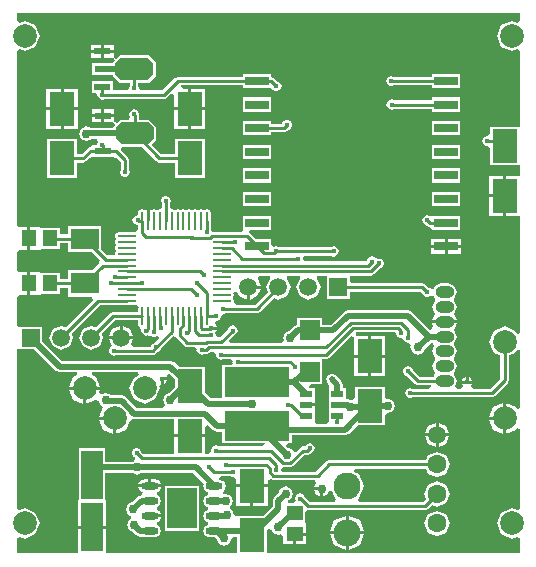
<source format=gtl>
%FSLAX25Y25*%
%MOIN*%
G70*
G01*
G75*
G04 Layer_Physical_Order=1*
G04 Layer_Color=255*
%ADD10R,0.07874X0.03150*%
%ADD11R,0.08465X0.11221*%
%ADD12R,0.06693X0.06693*%
%ADD13R,0.04134X0.02362*%
%ADD14R,0.05512X0.04724*%
%ADD15R,0.09921X0.13425*%
%ADD16O,0.05709X0.02362*%
%ADD17R,0.07284X0.16339*%
%ADD18O,0.00984X0.06102*%
%ADD19O,0.06102X0.00984*%
%ADD20R,0.09449X0.07087*%
%ADD21R,0.04724X0.05512*%
%ADD22R,0.05512X0.02362*%
%ADD23R,0.07087X0.02362*%
G04:AMPARAMS|DCode=24|XSize=74.8mil|YSize=125.98mil|CornerRadius=0mil|HoleSize=0mil|Usage=FLASHONLY|Rotation=90.000|XOffset=0mil|YOffset=0mil|HoleType=Round|Shape=Octagon|*
%AMOCTAGOND24*
4,1,8,-0.06299,-0.01870,-0.06299,0.01870,-0.04429,0.03740,0.04429,0.03740,0.06299,0.01870,0.06299,-0.01870,0.04429,-0.03740,-0.04429,-0.03740,-0.06299,-0.01870,0.0*
%
%ADD24OCTAGOND24*%

%ADD25R,0.21654X0.09843*%
%ADD26C,0.01000*%
%ADD27C,0.02000*%
%ADD28C,0.05906*%
%ADD29R,0.05906X0.05906*%
%ADD30O,0.06299X0.03937*%
%ADD31C,0.07874*%
%ADD32C,0.06299*%
%ADD33C,0.09000*%
%ADD34C,0.01969*%
%ADD35C,0.01600*%
%ADD36C,0.03000*%
G36*
X15422Y63422D02*
X16800Y62852D01*
X22406D01*
X22605Y61852D01*
X21221Y61279D01*
X19863Y58000D01*
X30137D01*
X28779Y61279D01*
X27395Y61852D01*
X27594Y62852D01*
X42929D01*
X43128Y61852D01*
X41374Y61125D01*
X39873Y57500D01*
X41374Y53874D01*
X45000Y52373D01*
X48625Y53874D01*
X50127Y57500D01*
X49842Y58190D01*
X50357Y58705D01*
Y60800D01*
X50857D01*
Y61300D01*
X52598D01*
X52369Y61852D01*
X52381Y61880D01*
X53211Y62434D01*
X54968Y60677D01*
Y57723D01*
X53146Y55901D01*
X51840Y55360D01*
X51111Y53600D01*
X51736Y52091D01*
X51282Y51091D01*
X42278D01*
X38754Y54615D01*
X37376Y55185D01*
X33833D01*
X33760Y55360D01*
X32000Y56090D01*
X30602Y55510D01*
X29828Y56256D01*
X30137Y57000D01*
X25500D01*
Y52363D01*
X28587Y53642D01*
X28968Y53625D01*
X29477Y53364D01*
X29643Y53280D01*
X30240Y51840D01*
X31221Y51433D01*
X31221Y51279D01*
X29863Y48000D01*
X35000D01*
Y47500D01*
X35500D01*
Y42363D01*
X38779Y43721D01*
X40018Y46714D01*
X41268Y47278D01*
X41471Y47194D01*
X54768D01*
Y42232D01*
X65232D01*
Y44826D01*
X66156Y45209D01*
X67743Y43622D01*
X69120Y43052D01*
X70873D01*
Y39279D01*
X84978D01*
X85026Y39207D01*
X84492Y38207D01*
X69584D01*
X68800Y38532D01*
X67575Y38025D01*
X67068Y36800D01*
X67135Y36639D01*
X66580Y35807D01*
X65232D01*
Y41232D01*
X54768D01*
Y35807D01*
X44583D01*
X43949Y36441D01*
X43625Y37225D01*
X42400Y37732D01*
X41175Y37225D01*
X40668Y36000D01*
X41175Y34775D01*
X41792Y34520D01*
X41870Y34160D01*
X41627Y33369D01*
X41094Y33148D01*
X31942D01*
Y37729D01*
X23058D01*
Y20409D01*
X22858D01*
Y11740D01*
X32142D01*
Y20409D01*
X31942D01*
Y29252D01*
X41094D01*
X42400Y28710D01*
X43707Y29252D01*
X61221D01*
X64722Y25751D01*
X64411Y25000D01*
X65039Y23484D01*
X66107Y23041D01*
Y21959D01*
X65039Y21516D01*
X64411Y20000D01*
X65039Y18484D01*
X66107Y18041D01*
Y16959D01*
X65039Y16516D01*
X64411Y15000D01*
X65039Y13484D01*
X66107Y13041D01*
Y11959D01*
X65039Y11516D01*
X64411Y10000D01*
X65039Y8484D01*
X66555Y7856D01*
X68389D01*
X69199Y7046D01*
X69740Y5740D01*
X71500Y5011D01*
X73260Y5740D01*
X73989Y7500D01*
X74358Y8052D01*
X75768D01*
Y2500D01*
X32142D01*
Y10740D01*
X22858D01*
Y2500D01*
X2500D01*
Y7508D01*
X3331Y8064D01*
X5000Y7373D01*
X8625Y8874D01*
X10127Y12500D01*
X8625Y16126D01*
X5000Y17627D01*
X3331Y16936D01*
X2500Y17492D01*
Y70520D01*
X3447Y70647D01*
Y70647D01*
X8197D01*
X15422Y63422D01*
D02*
G37*
G36*
X128668Y76000D02*
X129175Y74775D01*
X130400Y74268D01*
X131400Y73600D01*
X131575Y73175D01*
X132800Y72668D01*
X133173Y72822D01*
X133938Y72057D01*
X133583Y71200D01*
X134312Y69440D01*
X136072Y68711D01*
X137833Y69440D01*
X138374Y70746D01*
X140322Y72694D01*
X141115Y72601D01*
X141584Y71682D01*
X140822Y69842D01*
X141700Y67724D01*
X141700Y67040D01*
X140822Y64921D01*
X141700Y62802D01*
X141559Y61778D01*
X141405Y61407D01*
X136583D01*
X134349Y63641D01*
X134025Y64425D01*
X132800Y64932D01*
X131575Y64425D01*
X131068Y63200D01*
X131575Y61975D01*
X132359Y61651D01*
X135005Y59005D01*
X135005Y59005D01*
X136000Y58593D01*
X140422D01*
X140526Y58407D01*
X139940Y57407D01*
X134384D01*
X133600Y57732D01*
X132375Y57225D01*
X131868Y56000D01*
X132375Y54775D01*
X133600Y54268D01*
X134384Y54593D01*
X160800D01*
X161795Y55005D01*
X165995Y59205D01*
X165995Y59205D01*
X166116Y59496D01*
X166407Y60200D01*
X166407Y60200D01*
Y68546D01*
X168625Y69465D01*
X169019Y70415D01*
X170000Y70220D01*
Y50893D01*
X169019Y50698D01*
X168779Y51279D01*
X165500Y52637D01*
Y47500D01*
Y42363D01*
X168779Y43721D01*
X169019Y44302D01*
X170000Y44107D01*
Y17492D01*
X169168Y16936D01*
X167500Y17627D01*
X163874Y16126D01*
X162373Y12500D01*
X163874Y8874D01*
X167500Y7373D01*
X169168Y8064D01*
X170000Y7508D01*
Y2500D01*
X85832D01*
Y10256D01*
X86341Y10656D01*
X87463Y10350D01*
X87840Y9440D01*
X89600Y8710D01*
X90413Y9047D01*
X91244Y8491D01*
Y5595D01*
X94500D01*
Y8957D01*
X95000D01*
Y9457D01*
X98756D01*
Y12319D01*
X98756D01*
Y12319D01*
X98756Y12319D01*
X98556Y13236D01*
D01*
Y16343D01*
X99556Y17011D01*
X99600Y16993D01*
X138558D01*
X139552Y17405D01*
X140884Y18737D01*
X142500Y18067D01*
X145523Y19320D01*
X146775Y22343D01*
X145523Y25365D01*
X142500Y26618D01*
X139477Y25365D01*
X138225Y22343D01*
X138894Y20727D01*
X137975Y19807D01*
X116376D01*
X116181Y20788D01*
X116556Y20944D01*
X118237Y25000D01*
X116556Y29057D01*
X114815Y29778D01*
X115014Y30778D01*
X138808D01*
X139477Y29162D01*
X142500Y27910D01*
X145523Y29162D01*
X146775Y32185D01*
X145523Y35208D01*
X142500Y36460D01*
X139477Y35208D01*
X138808Y33592D01*
X106585D01*
X106585Y33592D01*
X105882Y33301D01*
X105590Y33180D01*
X105590Y33180D01*
X102117Y29707D01*
X90995D01*
X90532Y30400D01*
X90487Y30508D01*
X91240Y31279D01*
X93560D01*
X94555Y31691D01*
X98257Y35393D01*
X99200D01*
X100195Y35805D01*
X100441Y36051D01*
X101225Y36375D01*
X101732Y37600D01*
X101225Y38825D01*
X100000Y39332D01*
X98775Y38825D01*
X98520Y38207D01*
X97674D01*
X96679Y37795D01*
X95374Y36490D01*
X94393Y36685D01*
X94160Y37246D01*
X92854Y37787D01*
X92286Y38355D01*
X92669Y39279D01*
X94127D01*
Y41852D01*
X111800D01*
X113178Y42422D01*
X116077Y45322D01*
X125032D01*
Y48798D01*
X125864Y49354D01*
X126132Y49243D01*
X127893Y49972D01*
X128622Y51732D01*
X127893Y53493D01*
X126132Y54222D01*
X125864Y54111D01*
X125032Y54666D01*
Y58143D01*
X114968D01*
Y54205D01*
X113968Y53537D01*
X113600Y53689D01*
X113512Y53653D01*
X112800Y53948D01*
X112083D01*
Y53981D01*
Y57721D01*
X111165D01*
Y58784D01*
X110594Y60161D01*
X108878Y61878D01*
X107500Y62448D01*
X106122Y61878D01*
X105552Y60500D01*
X106122Y59122D01*
X106523Y58721D01*
X106350Y57721D01*
X106350D01*
Y53759D01*
Y50019D01*
Y46279D01*
X105569Y45748D01*
X102431D01*
X101650Y46279D01*
Y49819D01*
X101850D01*
Y51500D01*
X98783D01*
Y52500D01*
X101850D01*
Y54181D01*
X101650D01*
Y57721D01*
X100134D01*
X99931Y58003D01*
X100443Y59003D01*
X104147D01*
Y67296D01*
X105106Y67393D01*
X105600D01*
X106595Y67805D01*
X113838Y75048D01*
X113875Y75029D01*
X113996Y74966D01*
X113996D01*
X114431Y74739D01*
X114625Y74638D01*
X114704Y74597D01*
X114768Y74563D01*
Y74513D01*
Y74415D01*
X114768Y74008D01*
Y73936D01*
Y73936D01*
Y68768D01*
X119500D01*
Y74878D01*
X115865D01*
X115587Y75194D01*
X115321Y75878D01*
X115524Y76193D01*
X128539D01*
X128668Y76000D01*
D02*
G37*
G36*
X74400Y27868D02*
X74736Y28008D01*
X75568Y27452D01*
Y25568D01*
X86032D01*
Y26901D01*
X87032Y27265D01*
X87930Y26893D01*
X101838D01*
X102087Y25913D01*
X101501Y24500D01*
X104000D01*
Y24000D01*
X104500D01*
Y21501D01*
X105913Y22087D01*
X106401Y23263D01*
X107483D01*
X108444Y20944D01*
X108819Y20788D01*
X108624Y19807D01*
X100183D01*
X98195Y21795D01*
X98104Y21833D01*
X98025Y22025D01*
X96800Y22532D01*
X95575Y22025D01*
X95068Y20800D01*
X95314Y20206D01*
X94646Y19206D01*
X92911D01*
X92712Y20206D01*
X93760Y20640D01*
X94490Y22400D01*
X93760Y24160D01*
X92000Y24890D01*
X90240Y24160D01*
X89698Y22854D01*
X88222Y21378D01*
X87652Y20000D01*
Y18139D01*
X84455Y14942D01*
X75813D01*
X75378Y15064D01*
X74882Y15218D01*
X74160Y16960D01*
X73623Y17183D01*
Y18183D01*
X73760Y18240D01*
X74489Y20000D01*
X73760Y21760D01*
X72000Y22490D01*
X71350Y22220D01*
X71208Y22314D01*
X71319Y23443D01*
X71418Y23484D01*
X72046Y25000D01*
X71418Y26516D01*
X69902Y27144D01*
X69853D01*
X69821Y27193D01*
X70355Y28193D01*
X73616D01*
X74400Y27868D01*
D02*
G37*
G36*
X170000Y179992D02*
X169168Y179436D01*
X167500Y180127D01*
X163874Y178626D01*
X162373Y175000D01*
X163874Y171374D01*
X167500Y169873D01*
X169168Y170564D01*
X170000Y170008D01*
Y144678D01*
X159968D01*
Y142245D01*
X159200Y141732D01*
X157975Y141225D01*
X157468Y140000D01*
X157975Y138775D01*
X159200Y138268D01*
X159968Y137755D01*
Y131858D01*
X170000D01*
Y128342D01*
X165500D01*
Y121732D01*
Y115122D01*
X170000D01*
Y75961D01*
X169019Y75766D01*
X168625Y76716D01*
X165000Y78218D01*
X161374Y76716D01*
X159873Y73090D01*
X161374Y69465D01*
X163593Y68546D01*
Y60783D01*
X160217Y57407D01*
X154388D01*
Y57407D01*
X153962Y58407D01*
X154241Y59081D01*
X150759D01*
X151038Y58407D01*
X150612Y57407D01*
Y57407D01*
X149133D01*
X148518Y58407D01*
X149178Y60000D01*
X148300Y62119D01*
X148300Y62802D01*
X149178Y64921D01*
X148300Y67040D01*
X148300Y67724D01*
X149178Y69842D01*
X148300Y71961D01*
X148300Y72645D01*
X149178Y74764D01*
X148300Y76883D01*
X148626Y77830D01*
X149187Y79185D01*
X140813D01*
X141209Y78229D01*
X140733Y77281D01*
X140633Y77196D01*
X140039Y77117D01*
X134078Y83078D01*
X132700Y83648D01*
X112702D01*
X111728Y83245D01*
X111324Y83078D01*
X107045Y78799D01*
X104147D01*
Y80997D01*
X95854D01*
Y78717D01*
X95076Y78395D01*
X94673Y78228D01*
X93146Y76701D01*
X91840Y76160D01*
X91110Y74400D01*
X91439Y73607D01*
X90771Y72607D01*
X73504D01*
X73121Y73531D01*
X74841Y75251D01*
X75625Y75575D01*
X76132Y76800D01*
X75625Y78025D01*
X74400Y78532D01*
X73175Y78025D01*
X72851Y77241D01*
X70340Y74729D01*
X69187Y74818D01*
X68932Y75200D01*
X68532Y76166D01*
X68669Y76222D01*
X69032Y77100D01*
X67291D01*
Y78100D01*
X69032D01*
X68669Y78978D01*
X68620Y78998D01*
X68875Y79975D01*
X69971Y80429D01*
X70419Y81509D01*
X71149Y82289D01*
X71200Y82268D01*
X71984Y82593D01*
X82400D01*
X83395Y83005D01*
X88135Y87745D01*
X89600Y87138D01*
X92472Y88328D01*
X93662Y91200D01*
X92472Y94072D01*
X92338Y94128D01*
X92533Y95109D01*
X96667D01*
X96862Y94128D01*
X96728Y94072D01*
X95538Y91200D01*
X96728Y88328D01*
X99600Y87138D01*
X102472Y88328D01*
X103662Y91200D01*
X102472Y94072D01*
X102338Y94128D01*
X102533Y95109D01*
X104912D01*
X105847Y94953D01*
Y87447D01*
X113353D01*
Y89793D01*
X137017D01*
X137651Y89159D01*
X137975Y88375D01*
X139200Y87868D01*
X140247Y88302D01*
X141349Y88257D01*
X141700Y87409D01*
X141700Y86725D01*
X140822Y84606D01*
X141700Y82487D01*
X141374Y81540D01*
X140813Y80185D01*
X149187D01*
X148626Y81540D01*
X148300Y82487D01*
X149178Y84606D01*
X148300Y86725D01*
X148300Y87409D01*
X149178Y89528D01*
X148300Y91646D01*
X146181Y92524D01*
X143819D01*
X141700Y91646D01*
X141359Y90825D01*
X140993D01*
X140299Y90877D01*
X139641Y91149D01*
X138595Y92195D01*
X137600Y92607D01*
X114060D01*
X113353Y93314D01*
Y94953D01*
X114288Y95109D01*
X120516D01*
X121511Y95521D01*
X123641Y97651D01*
X124425Y97975D01*
X124932Y99200D01*
X124425Y100425D01*
X123200Y100932D01*
X122944Y100826D01*
X122025Y100994D01*
X122025Y100994D01*
X120800Y101502D01*
X119575Y100994D01*
X119251Y100210D01*
X118932Y99891D01*
X98255D01*
X97700Y100723D01*
X97732Y100800D01*
X97665Y100961D01*
X98220Y101793D01*
X107216D01*
X108000Y101468D01*
X109225Y101975D01*
X109732Y103200D01*
X109225Y104425D01*
X108000Y104932D01*
X107216Y104607D01*
X89584D01*
X88800Y104932D01*
X88237Y104699D01*
X87237Y105367D01*
Y107257D01*
X82115D01*
X80050Y109322D01*
X79907Y109381D01*
X80106Y110381D01*
X87237D01*
Y115131D01*
X77763D01*
Y110734D01*
X77763Y110381D01*
X77031Y109734D01*
X67523D01*
X67234Y110658D01*
Y113347D01*
X67225Y113367D01*
Y115905D01*
X66816Y116894D01*
X65827Y117304D01*
X64842Y116896D01*
X63858Y117304D01*
X62874Y116896D01*
X61890Y117304D01*
X60905Y116896D01*
X59921Y117304D01*
X58937Y116896D01*
X57953Y117304D01*
X56968Y116896D01*
X55984Y117304D01*
X55000Y116896D01*
X54016Y117304D01*
X53454Y117679D01*
Y119263D01*
X53779Y120047D01*
X53272Y121272D01*
X52047Y121779D01*
X50823Y121272D01*
X50315Y120047D01*
X50640Y119263D01*
Y117679D01*
X50079Y117304D01*
X49095Y116896D01*
X48110Y117304D01*
X47314Y116974D01*
X47284Y117048D01*
X46642Y117314D01*
Y113347D01*
X45642D01*
Y117314D01*
X45000Y117048D01*
X44969Y116974D01*
X44173Y117304D01*
X43184Y116894D01*
X42920Y116256D01*
X42775Y115905D01*
Y115665D01*
X42693Y115332D01*
X42693Y115332D01*
X41468Y114825D01*
X40961Y113600D01*
X41468Y112375D01*
X42693Y111868D01*
X42766Y111819D01*
Y110371D01*
X41766Y109703D01*
X41713Y109725D01*
X36595D01*
X35605Y109316D01*
X35196Y108327D01*
X35604Y107343D01*
X35196Y106358D01*
X35604Y105374D01*
X35196Y104390D01*
X35604Y103405D01*
X35196Y102421D01*
X34821Y101860D01*
X32591D01*
X30524Y103926D01*
Y111804D01*
X19476D01*
Y108868D01*
X16705D01*
Y111056D01*
X10819D01*
X10736D01*
X9819Y111256D01*
X9806D01*
X9464Y111256D01*
X6957D01*
Y107500D01*
Y103744D01*
X9464D01*
X9806Y103744D01*
X9819D01*
X10736Y103944D01*
X10819D01*
X16705D01*
Y106053D01*
X19476D01*
Y103117D01*
X27353D01*
X29993Y100478D01*
X29783Y99273D01*
X27353Y96843D01*
X19476D01*
Y93907D01*
X16705D01*
Y96056D01*
X10819D01*
X10736D01*
X9819Y96256D01*
X9806D01*
X9464Y96256D01*
X6957D01*
Y92500D01*
Y88744D01*
X9464D01*
X9806Y88744D01*
X9819D01*
X10736Y88944D01*
X10819D01*
X16705D01*
Y91093D01*
X19476D01*
Y88157D01*
X27553D01*
X27967Y87157D01*
X18665Y77855D01*
X17200Y78462D01*
X14328Y77272D01*
X13138Y74400D01*
X14328Y71528D01*
X17200Y70338D01*
X20072Y71528D01*
X21262Y74400D01*
X20655Y75865D01*
X30056Y85266D01*
X39154D01*
X39174Y85275D01*
X41713D01*
X42219Y85484D01*
X42984Y84719D01*
X42775Y84213D01*
Y83061D01*
X34454D01*
X34454Y83061D01*
X33459Y82648D01*
X28665Y77855D01*
X27200Y78462D01*
X24328Y77272D01*
X23138Y74400D01*
X24328Y71528D01*
X27200Y70338D01*
X30072Y71528D01*
X31262Y74400D01*
X30655Y75865D01*
X35036Y80246D01*
X42775D01*
Y79094D01*
X43184Y78105D01*
X43306Y78055D01*
X43868Y76800D01*
X44375Y75575D01*
X45600Y75068D01*
X45964Y75219D01*
X46886Y75116D01*
X46886Y75116D01*
X48110Y74609D01*
X49335Y75116D01*
X49483Y75086D01*
X49869Y74258D01*
X48359Y72749D01*
X47575Y72425D01*
X47251Y71641D01*
X47074Y71464D01*
X41162D01*
X40607Y72295D01*
X41271Y73900D01*
X33129D01*
X34112Y71527D01*
X33519Y71281D01*
X33011Y70057D01*
X33519Y68832D01*
X34743Y68325D01*
X35527Y68650D01*
X47657D01*
X48652Y69062D01*
X49241Y69651D01*
X50025Y69975D01*
X50349Y70759D01*
X54469Y74879D01*
X55630Y74626D01*
X55805Y74205D01*
X58205Y71805D01*
X59200Y71393D01*
X61779D01*
X62335Y70561D01*
X62268Y70400D01*
X62775Y69175D01*
X64000Y68668D01*
X64784Y68993D01*
X65600D01*
X66595Y69405D01*
X66983Y69793D01*
X68180D01*
X68735Y68961D01*
X68668Y68800D01*
X69175Y67575D01*
X70400Y67068D01*
X71184Y67393D01*
X73779D01*
X74335Y66561D01*
X74268Y66400D01*
X74384Y66120D01*
X73829Y65288D01*
X70873D01*
Y54170D01*
X66986D01*
X65032Y56123D01*
Y64678D01*
X56477D01*
X54978Y66178D01*
X53600Y66748D01*
X17607D01*
X10953Y73403D01*
Y78153D01*
X3447D01*
Y78153D01*
X2500Y78280D01*
Y87990D01*
X3094Y88744D01*
X3500Y88744D01*
X5957D01*
Y92500D01*
Y96256D01*
X3500D01*
X3094Y96256D01*
X2500Y97010D01*
X2500Y97010D01*
Y102990D01*
X3094Y103744D01*
X3500Y103744D01*
X5957D01*
Y107500D01*
Y111256D01*
X3500D01*
X3094Y111256D01*
X2500Y112010D01*
X2500Y112010D01*
Y170008D01*
X3331Y170564D01*
X5000Y169873D01*
X8625Y171374D01*
X10127Y175000D01*
X8625Y178626D01*
X5000Y180127D01*
X3331Y179436D01*
X2500Y179992D01*
Y182500D01*
X170000D01*
Y179992D01*
D02*
G37*
G36*
X86862Y94128D02*
X86728Y94072D01*
X85538Y91200D01*
X86145Y89735D01*
X81817Y85407D01*
X75362D01*
X74694Y86407D01*
X74804Y86673D01*
X74396Y87657D01*
X74804Y88642D01*
X74547Y89263D01*
X74836Y89760D01*
X75949Y89685D01*
X76575Y88175D01*
X79100Y87129D01*
Y91200D01*
X79600D01*
Y91700D01*
X83671D01*
X82674Y94109D01*
X83049Y95109D01*
X86667D01*
X86862Y94128D01*
D02*
G37*
%LPC*%
G36*
X24500Y57000D02*
X19863D01*
X21221Y53721D01*
X24500Y52363D01*
Y57000D01*
D02*
G37*
G36*
X164500Y52637D02*
X161221Y51279D01*
X159863Y48000D01*
X164500D01*
Y52637D01*
D02*
G37*
G36*
Y47000D02*
X159863D01*
X161221Y43721D01*
X164500Y42363D01*
Y47000D01*
D02*
G37*
G36*
X142000Y46099D02*
X139475Y45053D01*
X138429Y42528D01*
X142000D01*
Y46099D01*
D02*
G37*
G36*
X143000D02*
Y42528D01*
X146571D01*
X145525Y45053D01*
X143000Y46099D01*
D02*
G37*
G36*
X52598Y60300D02*
X51357D01*
Y59059D01*
X52234Y59422D01*
X52598Y60300D01*
D02*
G37*
G36*
X120500Y74878D02*
Y68768D01*
X125232D01*
Y74878D01*
X120500D01*
D02*
G37*
G36*
X36700Y78471D02*
X34175Y77425D01*
X33129Y74900D01*
X36700D01*
Y78471D01*
D02*
G37*
G36*
X37700D02*
Y74900D01*
X41271D01*
X40225Y77425D01*
X37700Y78471D01*
D02*
G37*
G36*
X125232Y67768D02*
X120500D01*
Y61658D01*
X125232D01*
Y67768D01*
D02*
G37*
G36*
X152000Y61322D02*
X151122Y60959D01*
X150759Y60081D01*
X152000D01*
Y61322D01*
D02*
G37*
G36*
X153000D02*
Y60081D01*
X154241D01*
X153878Y60959D01*
X153000Y61322D01*
D02*
G37*
G36*
X119500Y67768D02*
X114768D01*
Y61658D01*
X119500D01*
Y67768D01*
D02*
G37*
G36*
X112000Y15156D02*
X108291Y13619D01*
X106754Y9909D01*
X112000D01*
Y15156D01*
D02*
G37*
G36*
X142500Y16775D02*
X139477Y15523D01*
X138225Y12500D01*
X139477Y9477D01*
X142500Y8225D01*
X145523Y9477D01*
X146775Y12500D01*
X145523Y15523D01*
X142500Y16775D01*
D02*
G37*
G36*
X63261Y25013D02*
X51739D01*
Y9987D01*
X63261D01*
Y25013D01*
D02*
G37*
G36*
X113000Y15156D02*
Y9909D01*
X118246D01*
X116709Y13619D01*
X113000Y15156D01*
D02*
G37*
G36*
X118246Y8909D02*
X113000D01*
Y3663D01*
X116709Y5200D01*
X118246Y8909D01*
D02*
G37*
G36*
X112000D02*
X106754D01*
X108291Y5200D01*
X112000Y3663D01*
Y8909D01*
D02*
G37*
G36*
X50599Y24500D02*
X42945D01*
X43429Y23331D01*
X44352Y22948D01*
X44153Y21948D01*
X44000D01*
X42622Y21378D01*
X40803Y19558D01*
X39496Y19017D01*
X38767Y17257D01*
X39496Y15496D01*
X40457Y15098D01*
Y14016D01*
X39840Y13760D01*
X39110Y12000D01*
X39840Y10240D01*
X41146Y9698D01*
X42222Y8622D01*
X43600Y8052D01*
X44625D01*
X45098Y7856D01*
X48445D01*
X49961Y8484D01*
X50589Y10000D01*
X49961Y11516D01*
X49154Y11851D01*
Y12933D01*
X50114Y13331D01*
X50599Y14500D01*
X46772D01*
Y15500D01*
X50599D01*
X50114Y16669D01*
X49154Y17067D01*
Y18149D01*
X49961Y18484D01*
X50589Y20000D01*
X49961Y21516D01*
X49154Y21851D01*
Y22933D01*
X50114Y23331D01*
X50599Y24500D01*
D02*
G37*
G36*
X98756Y8457D02*
X95500D01*
Y5595D01*
X98756D01*
Y8457D01*
D02*
G37*
G36*
X142000Y41528D02*
X138429D01*
X139475Y39002D01*
X142000Y37956D01*
Y41528D01*
D02*
G37*
G36*
X48445Y27361D02*
X47272D01*
Y25500D01*
X50599D01*
X50114Y26669D01*
X48445Y27361D01*
D02*
G37*
G36*
X34500Y47000D02*
X29863D01*
X31221Y43721D01*
X34500Y42363D01*
Y47000D01*
D02*
G37*
G36*
X146571Y41528D02*
X143000D01*
Y37956D01*
X145525Y39002D01*
X146571Y41528D01*
D02*
G37*
G36*
X86032Y24568D02*
X81300D01*
Y18458D01*
X86032D01*
Y24568D01*
D02*
G37*
G36*
X80300D02*
X75568D01*
Y18458D01*
X80300D01*
Y24568D01*
D02*
G37*
G36*
X46272Y27361D02*
X45098D01*
X43429Y26669D01*
X42945Y25500D01*
X46272D01*
Y27361D01*
D02*
G37*
G36*
X103500Y23500D02*
X101501D01*
X102087Y22087D01*
X103500Y21501D01*
Y23500D01*
D02*
G37*
G36*
X83671Y90700D02*
X80100D01*
Y87129D01*
X82625Y88175D01*
X83671Y90700D01*
D02*
G37*
G36*
X34819Y150587D02*
X31563D01*
Y148906D01*
X34819D01*
Y150587D01*
D02*
G37*
G36*
X30563D02*
X27307D01*
Y148906D01*
X30563D01*
Y150587D01*
D02*
G37*
G36*
X17000Y157378D02*
X12268D01*
Y151268D01*
X17000D01*
Y157378D01*
D02*
G37*
G36*
X87237Y154501D02*
X77763D01*
Y149751D01*
X87237D01*
Y154501D01*
D02*
G37*
G36*
X92500Y147032D02*
X91275Y146525D01*
X90951Y145741D01*
X90869Y145659D01*
X87237D01*
Y146627D01*
X77763D01*
Y141877D01*
X87237D01*
Y142845D01*
X91452D01*
X92447Y143257D01*
X92941Y143751D01*
X93725Y144075D01*
X94232Y145300D01*
X93725Y146525D01*
X92500Y147032D01*
D02*
G37*
G36*
X65232Y150268D02*
X60500D01*
Y144158D01*
X65232D01*
Y150268D01*
D02*
G37*
G36*
X30563Y147906D02*
X27307D01*
Y146224D01*
X30563D01*
Y147906D01*
D02*
G37*
G36*
X41550Y150582D02*
X40325Y150075D01*
X39818Y148850D01*
X40153Y148040D01*
X39660Y147040D01*
X36864D01*
X35657Y145833D01*
X35142Y146187D01*
X35040Y146257D01*
X34977Y146300D01*
X34885Y146364D01*
X34881Y146367D01*
X34819Y146409D01*
Y146586D01*
X34819Y147148D01*
Y147206D01*
Y147206D01*
Y147906D01*
X31563D01*
Y146224D01*
X33838D01*
X33838D01*
X33895Y146224D01*
X34458Y146224D01*
X34634D01*
X34676Y146162D01*
X34679Y146159D01*
X34743Y146066D01*
X34786Y146003D01*
X34856Y145901D01*
X35210Y145386D01*
X34594Y144770D01*
Y144481D01*
X27507D01*
X27507Y144481D01*
Y144481D01*
X26519Y144509D01*
X25600Y144889D01*
X23840Y144160D01*
X23110Y142400D01*
X23840Y140640D01*
X25600Y139910D01*
X26537Y140299D01*
X27507Y140519D01*
Y140519D01*
X27507Y140519D01*
X29002D01*
X29535Y139519D01*
X29188Y138680D01*
X29118Y138576D01*
X28486D01*
X27507Y138576D01*
X27507D01*
X27507Y138576D01*
X27128Y138230D01*
X26781Y137913D01*
X26291Y137710D01*
X26000Y137590D01*
X26000Y137589D01*
X24049Y135639D01*
X22532D01*
Y140642D01*
X12468D01*
Y127822D01*
X22532D01*
Y132825D01*
X24632D01*
X25627Y133237D01*
X26638Y134248D01*
X27507Y134613D01*
Y134613D01*
X27507Y134613D01*
X34619D01*
X34619Y134613D01*
Y134613D01*
X35554Y134456D01*
X36993Y133017D01*
Y130384D01*
X36668Y129600D01*
X37175Y128375D01*
X38400Y127868D01*
X39625Y128375D01*
X40132Y129600D01*
X39807Y130384D01*
Y133600D01*
X39395Y134595D01*
X39395Y134595D01*
X37030Y136960D01*
X37444Y137960D01*
X44243D01*
X48966Y133237D01*
X49961Y132825D01*
X49961Y132825D01*
X54968D01*
Y127822D01*
X65032D01*
Y140642D01*
X54968D01*
Y135639D01*
X50543D01*
X47372Y138810D01*
X48792Y140230D01*
Y144770D01*
X46522Y147040D01*
X43100D01*
Y148412D01*
X43281Y148850D01*
X42774Y150075D01*
X41550Y150582D01*
D02*
G37*
G36*
X30420Y169405D02*
X27164D01*
Y167724D01*
X30420D01*
Y169405D01*
D02*
G37*
G36*
X150229Y162375D02*
X140755D01*
Y161407D01*
X127984D01*
X127200Y161732D01*
X125975Y161225D01*
X125468Y160000D01*
X125975Y158775D01*
X127200Y158268D01*
X127984Y158593D01*
X140755D01*
Y157625D01*
X150229D01*
Y162375D01*
D02*
G37*
G36*
X34676Y172087D02*
X31420D01*
Y170405D01*
X34676D01*
Y172087D01*
D02*
G37*
G36*
X30420D02*
X27164D01*
Y170405D01*
X30420D01*
Y172087D01*
D02*
G37*
G36*
X65232Y157378D02*
X60500D01*
Y151268D01*
X65232D01*
Y157378D01*
D02*
G37*
G36*
X22732D02*
X18000D01*
Y151268D01*
X22732D01*
Y157378D01*
D02*
G37*
G36*
X34676Y169405D02*
X31420D01*
Y167724D01*
X33694D01*
X33694D01*
X33752Y167724D01*
X34314Y167724D01*
X34490D01*
X34533Y167662D01*
X34536Y167659D01*
X34600Y167566D01*
X34642Y167503D01*
X34713Y167401D01*
X35067Y166886D01*
X34450Y166270D01*
Y165981D01*
X27364D01*
Y162019D01*
X34450D01*
Y161730D01*
X36720Y159460D01*
X40143D01*
Y158434D01*
X39818Y157650D01*
X39308Y156887D01*
X34476D01*
Y160076D01*
X27364D01*
Y156113D01*
X28765D01*
X29188Y155480D01*
X29695Y154256D01*
X30920Y153749D01*
X31704Y154073D01*
X51480D01*
X52475Y154485D01*
X53844Y155854D01*
X54768Y155471D01*
Y151268D01*
X59500D01*
Y157378D01*
X57644D01*
X57110Y158378D01*
X57254Y158593D01*
X77763D01*
Y157625D01*
X87007D01*
X87720Y157031D01*
X87720Y157031D01*
Y157031D01*
X87720Y157031D01*
X88573Y156678D01*
X88944Y156524D01*
X90169Y157031D01*
X90676Y158256D01*
X90169Y159481D01*
X89385Y159805D01*
X88195Y160995D01*
X87237Y161392D01*
Y162375D01*
X77763D01*
Y161407D01*
X56000D01*
X56000Y161407D01*
X55296Y161116D01*
X55005Y160995D01*
X55005Y160995D01*
X50898Y156887D01*
X43791D01*
X43281Y157650D01*
X42957Y158434D01*
Y159460D01*
X46379D01*
X48649Y161730D01*
Y166270D01*
X46379Y168540D01*
X36720D01*
X35514Y167333D01*
X34999Y167687D01*
X34897Y167757D01*
X34834Y167800D01*
X34741Y167864D01*
X34738Y167867D01*
X34676Y167910D01*
Y168086D01*
X34676Y168648D01*
Y168706D01*
Y168706D01*
Y169405D01*
D02*
G37*
G36*
X150229Y154501D02*
X140755D01*
Y153533D01*
X128110D01*
X127326Y153858D01*
X126101Y153351D01*
X125594Y152126D01*
X126101Y150901D01*
X127326Y150394D01*
X128110Y150719D01*
X140755D01*
Y149751D01*
X150229D01*
Y154501D01*
D02*
G37*
G36*
X59500Y150268D02*
X54768D01*
Y144158D01*
X59500D01*
Y150268D01*
D02*
G37*
G36*
X164500Y121232D02*
X159768D01*
Y115122D01*
X164500D01*
Y121232D01*
D02*
G37*
G36*
X139257Y115275D02*
X138032Y114768D01*
X137525Y113543D01*
X138032Y112319D01*
X138816Y111994D01*
X139049Y111761D01*
X140044Y111349D01*
X140755Y110753D01*
Y110381D01*
X150229D01*
Y115131D01*
X141755D01*
X140755Y115131D01*
X140755Y115131D01*
X139780Y115070D01*
X139780Y115070D01*
X139755Y115069D01*
X139257Y115275D01*
D02*
G37*
G36*
X150229Y123005D02*
X140755D01*
Y118255D01*
X150229D01*
Y123005D01*
D02*
G37*
G36*
X87237D02*
X77763D01*
Y118255D01*
X87237D01*
Y123005D01*
D02*
G37*
G36*
X150429Y104382D02*
X145992D01*
Y102307D01*
X150429D01*
Y104382D01*
D02*
G37*
G36*
X144992D02*
X140555D01*
Y102307D01*
X144992D01*
Y104382D01*
D02*
G37*
G36*
X150429Y107457D02*
X145992D01*
Y105382D01*
X150429D01*
Y107457D01*
D02*
G37*
G36*
X144992D02*
X140555D01*
Y105382D01*
X144992D01*
Y107457D01*
D02*
G37*
G36*
X150229Y146627D02*
X140755D01*
Y141877D01*
X150229D01*
Y146627D01*
D02*
G37*
G36*
Y138753D02*
X140755D01*
Y134003D01*
X150229D01*
Y138753D01*
D02*
G37*
G36*
X22732Y150268D02*
X18000D01*
Y144158D01*
X22732D01*
Y150268D01*
D02*
G37*
G36*
X17000D02*
X12268D01*
Y144158D01*
X17000D01*
Y150268D01*
D02*
G37*
G36*
X87237Y130879D02*
X77763D01*
Y126129D01*
X87237D01*
Y130879D01*
D02*
G37*
G36*
X164500Y128342D02*
X159768D01*
Y122232D01*
X164500D01*
Y128342D01*
D02*
G37*
G36*
X87237Y138753D02*
X77763D01*
Y134003D01*
X87237D01*
Y138753D01*
D02*
G37*
G36*
X150229Y130879D02*
X140755D01*
Y126129D01*
X150229D01*
Y130879D01*
D02*
G37*
%LPD*%
D10*
X145492Y160000D02*
D03*
Y152126D02*
D03*
Y144252D02*
D03*
Y136378D02*
D03*
Y128504D02*
D03*
Y120630D02*
D03*
Y112756D02*
D03*
Y104882D02*
D03*
X82500D02*
D03*
Y112756D02*
D03*
Y120630D02*
D03*
Y128504D02*
D03*
Y136378D02*
D03*
Y144252D02*
D03*
Y152126D02*
D03*
Y160000D02*
D03*
D11*
X165000Y121732D02*
D03*
Y138268D02*
D03*
X120000Y68268D02*
D03*
Y51732D02*
D03*
X80800Y25068D02*
D03*
Y8532D02*
D03*
X60000Y41732D02*
D03*
Y58268D02*
D03*
X17500Y150768D02*
D03*
Y134232D02*
D03*
X60000Y150768D02*
D03*
Y134232D02*
D03*
D12*
X100000Y76850D02*
D03*
Y63150D02*
D03*
D13*
X109216Y55740D02*
D03*
Y52000D02*
D03*
Y48260D02*
D03*
X98783D02*
D03*
Y52000D02*
D03*
Y55740D02*
D03*
D14*
X95000Y16043D02*
D03*
Y8957D02*
D03*
D15*
X57500Y17500D02*
D03*
D16*
X68228Y10000D02*
D03*
Y15000D02*
D03*
Y20000D02*
D03*
Y25000D02*
D03*
X46772Y10000D02*
D03*
Y15000D02*
D03*
Y20000D02*
D03*
Y25000D02*
D03*
D17*
X27500Y11240D02*
D03*
Y28760D02*
D03*
D18*
X44173Y113347D02*
D03*
X46142D02*
D03*
X48110D02*
D03*
X50079D02*
D03*
X52047D02*
D03*
X54016D02*
D03*
X55984D02*
D03*
X57953D02*
D03*
X59921D02*
D03*
X61890D02*
D03*
X63858D02*
D03*
X65827D02*
D03*
Y81653D02*
D03*
X63858D02*
D03*
X61890D02*
D03*
X59921D02*
D03*
X57953D02*
D03*
X55984D02*
D03*
X54016D02*
D03*
X52047D02*
D03*
X50079D02*
D03*
X48110D02*
D03*
X46142D02*
D03*
X44173D02*
D03*
D19*
X70846Y108327D02*
D03*
Y106358D02*
D03*
Y104390D02*
D03*
Y102421D02*
D03*
Y100453D02*
D03*
Y98484D02*
D03*
Y96516D02*
D03*
Y94547D02*
D03*
Y92579D02*
D03*
Y90610D02*
D03*
Y88642D02*
D03*
Y86673D02*
D03*
X39154D02*
D03*
Y88642D02*
D03*
Y90610D02*
D03*
Y92579D02*
D03*
Y94547D02*
D03*
Y96516D02*
D03*
Y98484D02*
D03*
Y100453D02*
D03*
Y102421D02*
D03*
Y104390D02*
D03*
Y106358D02*
D03*
Y108327D02*
D03*
D20*
X25000Y107461D02*
D03*
Y92500D02*
D03*
D21*
X13543Y92500D02*
D03*
X6457D02*
D03*
X13543Y107500D02*
D03*
X6457D02*
D03*
D22*
X31063Y148406D02*
D03*
Y136594D02*
D03*
X30920Y158095D02*
D03*
Y169905D02*
D03*
D23*
X31850Y142500D02*
D03*
X31707Y164000D02*
D03*
D24*
X41693Y142500D02*
D03*
X41550Y164000D02*
D03*
D25*
X82500Y59567D02*
D03*
Y45000D02*
D03*
D26*
X87200Y160000D02*
X88944Y158256D01*
X32008Y100453D02*
X39154D01*
X25000Y107461D02*
X32008Y100453D01*
X30984Y98484D02*
X39154D01*
X25000Y92500D02*
X30984Y98484D01*
X13543Y92500D02*
X25000D01*
X13543Y92500D02*
X13543Y92500D01*
X13583Y107461D02*
X25000D01*
X13543Y107500D02*
X13583Y107461D01*
X29473Y86673D02*
X39154D01*
X17200Y74400D02*
X29473Y86673D01*
X34454Y81653D02*
X44173D01*
X27200Y74400D02*
X34454Y81653D01*
X39154Y96516D02*
X63484D01*
X64800Y95200D01*
X133600Y56000D02*
X160800D01*
X165000Y60200D01*
Y73090D01*
X39154Y90610D02*
X60590D01*
X62400Y88800D01*
X114400Y77600D02*
X129600D01*
X45600Y76800D02*
X46142Y77342D01*
Y81653D01*
X50079Y77921D02*
Y81653D01*
Y77921D02*
X50400Y77600D01*
X48110Y76340D02*
Y81653D01*
X66400Y31200D02*
X68000Y29600D01*
X74400D01*
X54016Y76416D02*
Y81653D01*
X48800Y71200D02*
X54016Y76416D01*
X56800Y75200D02*
X59200Y72800D01*
X56800Y75200D02*
Y77376D01*
X59921Y76721D02*
Y81653D01*
X59200Y76000D02*
X59921Y76721D01*
X42400Y36000D02*
X44000Y34400D01*
X106585Y32185D02*
X142500D01*
X56800Y77376D02*
X57953Y78529D01*
Y81653D01*
X61890Y76510D02*
Y81653D01*
Y76510D02*
X63200Y75200D01*
X67200D01*
X70600Y73000D02*
X74400Y76800D01*
X105454Y71200D02*
X113654Y79400D01*
X105600Y68800D02*
X114400Y77600D01*
X70400Y68800D02*
X105600D01*
X65654Y73000D02*
X70600D01*
X66400Y71200D02*
X105454D01*
X59200Y72800D02*
X65454D01*
X65654Y73000D01*
X65600Y70400D02*
X66400Y71200D01*
X64000Y70400D02*
X65600D01*
X96800Y20800D02*
X97200D01*
X99600Y18400D01*
X138558D01*
X142500Y22343D01*
X70846Y96516D02*
X120516D01*
X123200Y99200D01*
X127326Y152126D02*
X145492D01*
X70846Y98484D02*
X119514D01*
X120800Y99770D01*
X127200Y160000D02*
X145492D01*
X70846Y104390D02*
X73971D01*
X77561Y100800D01*
X96000D01*
X71200Y84000D02*
X82400D01*
X89600Y91200D01*
X52047Y113347D02*
Y120047D01*
X34743Y70057D02*
X47657D01*
X48800Y71200D01*
X91452Y144252D02*
X92500Y145300D01*
X82500Y144252D02*
X91452D01*
X139257Y113543D02*
X140044Y112756D01*
X145492D01*
X17500Y134232D02*
X24632D01*
X26994Y136594D01*
X31063D01*
X42946Y113347D02*
X44173D01*
X42693Y113600D02*
X42946Y113347D01*
X31063Y136594D02*
X35405D01*
X38400Y133600D01*
Y129600D02*
Y133600D01*
X43779Y92579D02*
X44000Y92800D01*
X39154Y92579D02*
X43779D01*
X33821D02*
X39154D01*
X44173Y109427D02*
Y113347D01*
Y109427D02*
X45600Y108000D01*
X65827Y109600D02*
Y113347D01*
X61300Y107500D02*
X66697D01*
X67523Y108327D01*
X70846D01*
X79055D01*
X82500Y104882D01*
X84782Y102600D01*
X88200D01*
X88800Y103200D01*
X65827Y81653D02*
X68747D01*
X65827D02*
Y89373D01*
X62400Y92800D02*
X65827Y89373D01*
X45600Y108000D02*
X60800D01*
X41550Y157650D02*
Y164000D01*
Y148850D02*
X41693Y148707D01*
Y142500D02*
Y148707D01*
X30920Y155480D02*
Y158095D01*
Y138680D02*
X31063Y138537D01*
Y136594D02*
Y138537D01*
X30920Y155480D02*
X51480D01*
X56000Y160000D01*
X82500D01*
X87200D01*
X49961Y134232D02*
X60000D01*
X41693Y142500D02*
X49961Y134232D01*
X88800Y103200D02*
X108000D01*
X109600Y91200D02*
X137600D01*
X139200Y89600D01*
X159200Y140000D02*
X163268D01*
X165000Y138268D01*
X102700Y28300D02*
X106585Y32185D01*
X72000Y32000D02*
X85549D01*
X44000Y34400D02*
X86400D01*
X88800Y32000D01*
X87126Y36800D02*
X91240Y32686D01*
X68800Y36800D02*
X87126D01*
X86700Y29530D02*
X87930Y28300D01*
X86700Y29530D02*
Y30849D01*
X85549Y32000D02*
X86700Y30849D01*
X88800Y30400D02*
Y32000D01*
X87930Y28300D02*
X102700D01*
X91240Y32686D02*
X93560D01*
X97674Y36800D01*
X99200D01*
X100000Y37600D01*
X93697Y52000D02*
X97437Y48260D01*
X98783D01*
X136000Y60000D02*
X145000D01*
X129600Y77600D02*
X130400Y76800D01*
Y76000D02*
Y76800D01*
X130346Y79400D02*
X132800Y76946D01*
X113654Y79400D02*
X130346D01*
X132800Y74400D02*
Y76946D01*
Y63200D02*
X136000Y60000D01*
X109143Y48187D02*
X109216Y48260D01*
X109143Y46400D02*
Y48187D01*
X35247Y94547D02*
X39154D01*
X35115Y94679D02*
X35247Y94547D01*
X70846Y106358D02*
X75110D01*
X75242Y106227D01*
X92800Y52000D02*
X93697D01*
X76000Y66400D02*
X93600D01*
X95053Y64947D01*
Y64800D02*
Y64947D01*
X63858Y77691D02*
Y81653D01*
X66993Y77302D02*
X67291Y77600D01*
X63858Y77691D02*
X64247Y77302D01*
X66993D01*
D27*
X68228Y15000D02*
X72200D01*
X72400Y15200D01*
X29940Y31200D02*
X42400D01*
X27500Y28760D02*
X29940Y31200D01*
X41600Y12000D02*
X43600Y10000D01*
X46772D01*
X41257Y17257D02*
X44000Y20000D01*
X46772D01*
X62028Y31200D02*
X68228Y25000D01*
X42400Y31200D02*
X62028D01*
X68228Y20000D02*
X72000D01*
X79332Y10000D02*
X80800Y8532D01*
X94423Y16043D02*
X95000D01*
X89600Y11220D02*
X94423Y16043D01*
X89600Y11200D02*
Y11220D01*
X69000Y10000D02*
X71500Y7500D01*
X68228Y10000D02*
X69000D01*
X79332D01*
X82500Y45000D02*
X82886D01*
X120000Y51732D02*
X126132D01*
X93600Y74400D02*
X96050Y76850D01*
X100000D01*
X82886Y45000D02*
X92400Y35486D01*
X112800Y52000D02*
X113600Y51200D01*
X109216Y52000D02*
X112800D01*
X113600Y51200D02*
X119200D01*
X119732Y51732D02*
X120000D01*
X119200Y51200D02*
X119732Y51732D01*
X94957Y59567D02*
X98783Y55740D01*
X82500Y59567D02*
X94957D01*
X98539Y63150D01*
X100000D01*
X66179Y52221D02*
X80800D01*
X69120Y45000D02*
X82500D01*
X64978Y49143D02*
X69120Y45000D01*
X41471Y49143D02*
X64978D01*
X37376Y53237D02*
X41471Y49143D01*
X32363Y53237D02*
X37376D01*
X32000Y53600D02*
X32363Y53237D01*
X7200Y74400D02*
X16800Y64800D01*
X53600D01*
X59200Y59200D01*
X53600Y53600D02*
X59200Y59200D01*
X66179Y52221D01*
X100000Y76850D02*
X107852D01*
X112702Y81700D01*
X139636Y74764D02*
X145000D01*
X112702Y81700D02*
X132700D01*
X139636Y74764D01*
X136072Y71200D02*
X139636Y74764D01*
X25600Y142400D02*
X25700Y142500D01*
X31850D01*
X41693D01*
X31707Y164000D02*
X41550D01*
X107500Y60500D02*
X109216Y58784D01*
Y55740D02*
Y58784D01*
X84086Y43800D02*
X111800D01*
X82886Y45000D02*
X84086Y43800D01*
X111800D02*
X119200Y51200D01*
X80800Y8532D02*
X89600Y17332D01*
Y20000D01*
X92000Y22400D01*
D28*
X79600Y91200D02*
D03*
X89600D02*
D03*
X99600D02*
D03*
X142500Y42028D02*
D03*
X37200Y74400D02*
D03*
X27200D02*
D03*
X17200D02*
D03*
D29*
X109600Y91200D02*
D03*
X7200Y74400D02*
D03*
D30*
X145000Y89528D02*
D03*
Y84606D02*
D03*
Y79685D02*
D03*
Y74764D02*
D03*
Y69842D02*
D03*
Y64921D02*
D03*
Y60000D02*
D03*
D31*
X165000Y47500D02*
D03*
Y73090D02*
D03*
X45000Y57500D02*
D03*
X35000Y47500D02*
D03*
X25000Y57500D02*
D03*
X167500Y12500D02*
D03*
Y175000D02*
D03*
X5000D02*
D03*
Y12500D02*
D03*
D32*
X142500D02*
D03*
Y22343D02*
D03*
Y32185D02*
D03*
D33*
X112500Y25000D02*
D03*
Y9409D02*
D03*
D34*
X59665Y13169D02*
D03*
X55335D02*
D03*
X59665Y17500D02*
D03*
X55335D02*
D03*
X59665Y21831D02*
D03*
X55335D02*
D03*
D35*
X88944Y158256D02*
D03*
X64800Y95200D02*
D03*
X133600Y56000D02*
D03*
X62400Y88800D02*
D03*
X42400Y36000D02*
D03*
X45600Y76800D02*
D03*
X50400Y77600D02*
D03*
X48110Y76340D02*
D03*
X66400Y31200D02*
D03*
X74400Y29600D02*
D03*
X68800Y36800D02*
D03*
X48800Y71200D02*
D03*
X74400Y76800D02*
D03*
X59200Y76000D02*
D03*
X72000Y32000D02*
D03*
X67200Y75200D02*
D03*
X70400Y68800D02*
D03*
X64000Y70400D02*
D03*
X76000Y66400D02*
D03*
X96800Y20800D02*
D03*
X123200Y99200D02*
D03*
X127326Y152126D02*
D03*
X120800Y99770D02*
D03*
X127200Y160000D02*
D03*
X96000Y100800D02*
D03*
X71200Y84000D02*
D03*
X52047Y120047D02*
D03*
X34743Y70057D02*
D03*
X92500Y145300D02*
D03*
X139257Y113543D02*
D03*
X42693Y113600D02*
D03*
X38400Y129600D02*
D03*
X44000Y92800D02*
D03*
X33821Y92579D02*
D03*
X65827Y109600D02*
D03*
X88800Y103200D02*
D03*
X68747Y81653D02*
D03*
X62400Y92800D02*
D03*
X60800Y107500D02*
D03*
X41550Y157650D02*
D03*
Y148850D02*
D03*
X30920Y155480D02*
D03*
Y138680D02*
D03*
X108000Y103200D02*
D03*
X139200Y89600D02*
D03*
X159200Y140000D02*
D03*
X88800Y30400D02*
D03*
X100000Y37600D02*
D03*
X130400Y76000D02*
D03*
X132800Y74400D02*
D03*
Y63200D02*
D03*
X107500Y60500D02*
D03*
X152500Y59581D02*
D03*
X109143Y46400D02*
D03*
X35115Y94679D02*
D03*
X75242Y106227D02*
D03*
X92800Y52000D02*
D03*
X95053Y64800D02*
D03*
X67291Y77600D02*
D03*
X50857Y60800D02*
D03*
D36*
X72400Y15200D02*
D03*
X42400Y31200D02*
D03*
X41600Y12000D02*
D03*
X41257Y17257D02*
D03*
X72000Y20000D02*
D03*
X89600Y11200D02*
D03*
X71500Y7500D02*
D03*
X80800Y52221D02*
D03*
X126132Y51732D02*
D03*
X93600Y74400D02*
D03*
X92000Y22400D02*
D03*
X92400Y35486D02*
D03*
X113600Y51200D02*
D03*
X53600Y53600D02*
D03*
X32000D02*
D03*
X136072Y71200D02*
D03*
X25600Y142400D02*
D03*
X104000Y24000D02*
D03*
M02*

</source>
